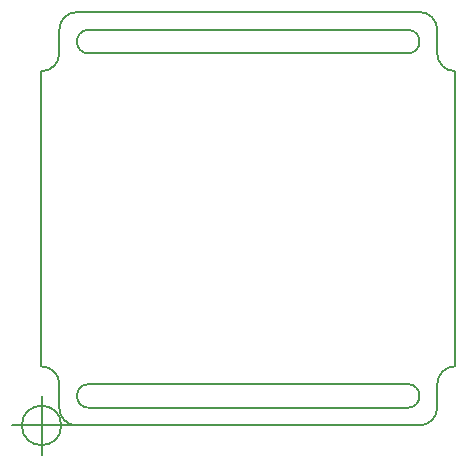
<source format=gm1>
G04 #@! TF.FileFunction,Profile,NP*
%FSLAX46Y46*%
G04 Gerber Fmt 4.6, Leading zero omitted, Abs format (unit mm)*
G04 Created by KiCad (PCBNEW 4.0.7-e2-6376~58~ubuntu16.04.1) date Tue May  1 17:25:53 2018*
%MOMM*%
%LPD*%
G01*
G04 APERTURE LIST*
%ADD10C,0.100000*%
%ADD11C,0.150000*%
G04 APERTURE END LIST*
D10*
D11*
X96916666Y-120650000D02*
G75*
G03X96916666Y-120650000I-1666666J0D01*
G01*
X92750000Y-120650000D02*
X97750000Y-120650000D01*
X95250000Y-118150000D02*
X95250000Y-123150000D01*
X126250000Y-119150000D02*
X99250000Y-119150000D01*
X99250000Y-117150000D02*
G75*
G03X99250000Y-119150000I0J-1000000D01*
G01*
X99250000Y-117150000D02*
X126250000Y-117150000D01*
X126250000Y-119150000D02*
G75*
G03X126250000Y-117150000I0J1000000D01*
G01*
X126250000Y-89150000D02*
X99250000Y-89150000D01*
X99250000Y-87150000D02*
X126250000Y-87150000D01*
X126250000Y-89150000D02*
G75*
G03X126250000Y-87150000I0J1000000D01*
G01*
X99250000Y-87150000D02*
G75*
G03X99250000Y-89150000I0J-1000000D01*
G01*
X127250000Y-85650000D02*
X98250000Y-85650000D01*
X98250000Y-120650000D02*
X127250000Y-120650000D01*
X96750000Y-119150000D02*
X96750000Y-117150000D01*
X98250000Y-120650000D02*
G75*
G02X96750000Y-119150000I0J1500000D01*
G01*
X95250000Y-115650000D02*
G75*
G02X96750000Y-117150000I0J-1500000D01*
G01*
X128750000Y-89150000D02*
X128750000Y-87150000D01*
X127250000Y-85650000D02*
G75*
G02X128750000Y-87150000I0J-1500000D01*
G01*
X130250000Y-90650000D02*
G75*
G02X128750000Y-89150000I0J1500000D01*
G01*
X96750000Y-87150000D02*
X96750000Y-89150000D01*
X95250000Y-90650000D02*
G75*
G03X96750000Y-89150000I0J1500000D01*
G01*
X98250000Y-85650000D02*
G75*
G03X96750000Y-87150000I0J-1500000D01*
G01*
X128750000Y-117150000D02*
X128750000Y-119150000D01*
X127250000Y-120650000D02*
G75*
G03X128750000Y-119150000I0J1500000D01*
G01*
X130250000Y-115650000D02*
G75*
G03X128750000Y-117150000I0J-1500000D01*
G01*
X95234000Y-115650000D02*
X95234000Y-90650000D01*
X130250000Y-90650000D02*
X130250000Y-115650000D01*
M02*

</source>
